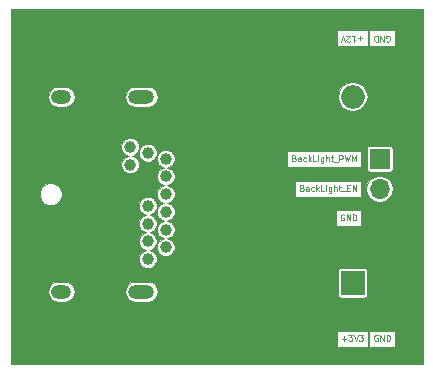
<source format=gbr>
G04 #@! TF.GenerationSoftware,KiCad,Pcbnew,no-vcs-found-be10de8~57~ubuntu16.10.1*
G04 #@! TF.CreationDate,2017-03-16T12:00:26+01:00*
G04 #@! TF.ProjectId,reborn-plutonium-monitor,7265626F726E2D706C75746F6E69756D,rev?*
G04 #@! TF.FileFunction,Copper,L1,Top,Signal*
G04 #@! TF.FilePolarity,Positive*
%FSLAX46Y46*%
G04 Gerber Fmt 4.6, Leading zero omitted, Abs format (unit mm)*
G04 Created by KiCad (PCBNEW no-vcs-found-be10de8~57~ubuntu16.10.1) date Thu Mar 16 12:00:26 2017*
%MOMM*%
%LPD*%
G01*
G04 APERTURE LIST*
%ADD10C,0.100000*%
%ADD11C,0.125000*%
%ADD12O,1.700000X1.200000*%
%ADD13O,2.200000X1.200000*%
%ADD14C,1.000000*%
%ADD15R,1.998980X1.998980*%
%ADD16O,1.998980X1.998980*%
%ADD17O,1.700000X1.700000*%
%ADD18R,1.700000X1.700000*%
G04 APERTURE END LIST*
D10*
D11*
X216590952Y-31774285D02*
X216210000Y-31774285D01*
X216400476Y-31583809D02*
X216400476Y-31964761D01*
X215710000Y-31583809D02*
X215995714Y-31583809D01*
X215852857Y-31583809D02*
X215852857Y-32083809D01*
X215900476Y-32012380D01*
X215948095Y-31964761D01*
X215995714Y-31940952D01*
X215519523Y-32036190D02*
X215495714Y-32060000D01*
X215448095Y-32083809D01*
X215329047Y-32083809D01*
X215281428Y-32060000D01*
X215257619Y-32036190D01*
X215233809Y-31988571D01*
X215233809Y-31940952D01*
X215257619Y-31869523D01*
X215543333Y-31583809D01*
X215233809Y-31583809D01*
X215090952Y-32083809D02*
X214924285Y-31583809D01*
X214757619Y-32083809D01*
X218630952Y-32060000D02*
X218678571Y-32083809D01*
X218750000Y-32083809D01*
X218821428Y-32060000D01*
X218869047Y-32012380D01*
X218892857Y-31964761D01*
X218916666Y-31869523D01*
X218916666Y-31798095D01*
X218892857Y-31702857D01*
X218869047Y-31655238D01*
X218821428Y-31607619D01*
X218750000Y-31583809D01*
X218702380Y-31583809D01*
X218630952Y-31607619D01*
X218607142Y-31631428D01*
X218607142Y-31798095D01*
X218702380Y-31798095D01*
X218392857Y-31583809D02*
X218392857Y-32083809D01*
X218107142Y-31583809D01*
X218107142Y-32083809D01*
X217869047Y-31583809D02*
X217869047Y-32083809D01*
X217750000Y-32083809D01*
X217678571Y-32060000D01*
X217630952Y-32012380D01*
X217607142Y-31964761D01*
X217583333Y-31869523D01*
X217583333Y-31798095D01*
X217607142Y-31702857D01*
X217630952Y-31655238D01*
X217678571Y-31607619D01*
X217750000Y-31583809D01*
X217869047Y-31583809D01*
X214829047Y-57237714D02*
X215210000Y-57237714D01*
X215019523Y-57428190D02*
X215019523Y-57047238D01*
X215400476Y-56928190D02*
X215710000Y-56928190D01*
X215543333Y-57118666D01*
X215614761Y-57118666D01*
X215662380Y-57142476D01*
X215686190Y-57166285D01*
X215710000Y-57213904D01*
X215710000Y-57332952D01*
X215686190Y-57380571D01*
X215662380Y-57404380D01*
X215614761Y-57428190D01*
X215471904Y-57428190D01*
X215424285Y-57404380D01*
X215400476Y-57380571D01*
X215852857Y-56928190D02*
X216019523Y-57428190D01*
X216186190Y-56928190D01*
X216305238Y-56928190D02*
X216614761Y-56928190D01*
X216448095Y-57118666D01*
X216519523Y-57118666D01*
X216567142Y-57142476D01*
X216590952Y-57166285D01*
X216614761Y-57213904D01*
X216614761Y-57332952D01*
X216590952Y-57380571D01*
X216567142Y-57404380D01*
X216519523Y-57428190D01*
X216376666Y-57428190D01*
X216329047Y-57404380D01*
X216305238Y-57380571D01*
X217869047Y-56952000D02*
X217821428Y-56928190D01*
X217750000Y-56928190D01*
X217678571Y-56952000D01*
X217630952Y-56999619D01*
X217607142Y-57047238D01*
X217583333Y-57142476D01*
X217583333Y-57213904D01*
X217607142Y-57309142D01*
X217630952Y-57356761D01*
X217678571Y-57404380D01*
X217750000Y-57428190D01*
X217797619Y-57428190D01*
X217869047Y-57404380D01*
X217892857Y-57380571D01*
X217892857Y-57213904D01*
X217797619Y-57213904D01*
X218107142Y-57428190D02*
X218107142Y-56928190D01*
X218392857Y-57428190D01*
X218392857Y-56928190D01*
X218630952Y-57428190D02*
X218630952Y-56928190D01*
X218750000Y-56928190D01*
X218821428Y-56952000D01*
X218869047Y-56999619D01*
X218892857Y-57047238D01*
X218916666Y-57142476D01*
X218916666Y-57213904D01*
X218892857Y-57309142D01*
X218869047Y-57356761D01*
X218821428Y-57404380D01*
X218750000Y-57428190D01*
X218630952Y-57428190D01*
X215025892Y-46750000D02*
X214978273Y-46726190D01*
X214906845Y-46726190D01*
X214835416Y-46750000D01*
X214787797Y-46797619D01*
X214763988Y-46845238D01*
X214740178Y-46940476D01*
X214740178Y-47011904D01*
X214763988Y-47107142D01*
X214787797Y-47154761D01*
X214835416Y-47202380D01*
X214906845Y-47226190D01*
X214954464Y-47226190D01*
X215025892Y-47202380D01*
X215049702Y-47178571D01*
X215049702Y-47011904D01*
X214954464Y-47011904D01*
X215263988Y-47226190D02*
X215263988Y-46726190D01*
X215549702Y-47226190D01*
X215549702Y-46726190D01*
X215787797Y-47226190D02*
X215787797Y-46726190D01*
X215906845Y-46726190D01*
X215978273Y-46750000D01*
X216025892Y-46797619D01*
X216049702Y-46845238D01*
X216073511Y-46940476D01*
X216073511Y-47011904D01*
X216049702Y-47107142D01*
X216025892Y-47154761D01*
X215978273Y-47202380D01*
X215906845Y-47226190D01*
X215787797Y-47226190D01*
X211478273Y-44464285D02*
X211549702Y-44488095D01*
X211573511Y-44511904D01*
X211597321Y-44559523D01*
X211597321Y-44630952D01*
X211573511Y-44678571D01*
X211549702Y-44702380D01*
X211502083Y-44726190D01*
X211311607Y-44726190D01*
X211311607Y-44226190D01*
X211478273Y-44226190D01*
X211525892Y-44250000D01*
X211549702Y-44273809D01*
X211573511Y-44321428D01*
X211573511Y-44369047D01*
X211549702Y-44416666D01*
X211525892Y-44440476D01*
X211478273Y-44464285D01*
X211311607Y-44464285D01*
X212025892Y-44726190D02*
X212025892Y-44464285D01*
X212002083Y-44416666D01*
X211954464Y-44392857D01*
X211859226Y-44392857D01*
X211811607Y-44416666D01*
X212025892Y-44702380D02*
X211978273Y-44726190D01*
X211859226Y-44726190D01*
X211811607Y-44702380D01*
X211787797Y-44654761D01*
X211787797Y-44607142D01*
X211811607Y-44559523D01*
X211859226Y-44535714D01*
X211978273Y-44535714D01*
X212025892Y-44511904D01*
X212478273Y-44702380D02*
X212430654Y-44726190D01*
X212335416Y-44726190D01*
X212287797Y-44702380D01*
X212263988Y-44678571D01*
X212240178Y-44630952D01*
X212240178Y-44488095D01*
X212263988Y-44440476D01*
X212287797Y-44416666D01*
X212335416Y-44392857D01*
X212430654Y-44392857D01*
X212478273Y-44416666D01*
X212692559Y-44726190D02*
X212692559Y-44226190D01*
X212740178Y-44535714D02*
X212883035Y-44726190D01*
X212883035Y-44392857D02*
X212692559Y-44583333D01*
X213335416Y-44726190D02*
X213097321Y-44726190D01*
X213097321Y-44226190D01*
X213502083Y-44726190D02*
X213502083Y-44392857D01*
X213502083Y-44226190D02*
X213478273Y-44250000D01*
X213502083Y-44273809D01*
X213525892Y-44250000D01*
X213502083Y-44226190D01*
X213502083Y-44273809D01*
X213954464Y-44392857D02*
X213954464Y-44797619D01*
X213930654Y-44845238D01*
X213906845Y-44869047D01*
X213859226Y-44892857D01*
X213787797Y-44892857D01*
X213740178Y-44869047D01*
X213954464Y-44702380D02*
X213906845Y-44726190D01*
X213811607Y-44726190D01*
X213763988Y-44702380D01*
X213740178Y-44678571D01*
X213716369Y-44630952D01*
X213716369Y-44488095D01*
X213740178Y-44440476D01*
X213763988Y-44416666D01*
X213811607Y-44392857D01*
X213906845Y-44392857D01*
X213954464Y-44416666D01*
X214192559Y-44726190D02*
X214192559Y-44226190D01*
X214406845Y-44726190D02*
X214406845Y-44464285D01*
X214383035Y-44416666D01*
X214335416Y-44392857D01*
X214263988Y-44392857D01*
X214216369Y-44416666D01*
X214192559Y-44440476D01*
X214573511Y-44392857D02*
X214763988Y-44392857D01*
X214644940Y-44226190D02*
X214644940Y-44654761D01*
X214668750Y-44702380D01*
X214716369Y-44726190D01*
X214763988Y-44726190D01*
X214811607Y-44773809D02*
X215192559Y-44773809D01*
X215311607Y-44464285D02*
X215478273Y-44464285D01*
X215549702Y-44726190D02*
X215311607Y-44726190D01*
X215311607Y-44226190D01*
X215549702Y-44226190D01*
X215763988Y-44726190D02*
X215763988Y-44226190D01*
X216049702Y-44726190D01*
X216049702Y-44226190D01*
X210811607Y-41964285D02*
X210883035Y-41988095D01*
X210906845Y-42011904D01*
X210930654Y-42059523D01*
X210930654Y-42130952D01*
X210906845Y-42178571D01*
X210883035Y-42202380D01*
X210835416Y-42226190D01*
X210644940Y-42226190D01*
X210644940Y-41726190D01*
X210811607Y-41726190D01*
X210859226Y-41750000D01*
X210883035Y-41773809D01*
X210906845Y-41821428D01*
X210906845Y-41869047D01*
X210883035Y-41916666D01*
X210859226Y-41940476D01*
X210811607Y-41964285D01*
X210644940Y-41964285D01*
X211359226Y-42226190D02*
X211359226Y-41964285D01*
X211335416Y-41916666D01*
X211287797Y-41892857D01*
X211192559Y-41892857D01*
X211144940Y-41916666D01*
X211359226Y-42202380D02*
X211311607Y-42226190D01*
X211192559Y-42226190D01*
X211144940Y-42202380D01*
X211121130Y-42154761D01*
X211121130Y-42107142D01*
X211144940Y-42059523D01*
X211192559Y-42035714D01*
X211311607Y-42035714D01*
X211359226Y-42011904D01*
X211811607Y-42202380D02*
X211763988Y-42226190D01*
X211668750Y-42226190D01*
X211621130Y-42202380D01*
X211597321Y-42178571D01*
X211573511Y-42130952D01*
X211573511Y-41988095D01*
X211597321Y-41940476D01*
X211621130Y-41916666D01*
X211668750Y-41892857D01*
X211763988Y-41892857D01*
X211811607Y-41916666D01*
X212025892Y-42226190D02*
X212025892Y-41726190D01*
X212073511Y-42035714D02*
X212216369Y-42226190D01*
X212216369Y-41892857D02*
X212025892Y-42083333D01*
X212668750Y-42226190D02*
X212430654Y-42226190D01*
X212430654Y-41726190D01*
X212835416Y-42226190D02*
X212835416Y-41892857D01*
X212835416Y-41726190D02*
X212811607Y-41750000D01*
X212835416Y-41773809D01*
X212859226Y-41750000D01*
X212835416Y-41726190D01*
X212835416Y-41773809D01*
X213287797Y-41892857D02*
X213287797Y-42297619D01*
X213263988Y-42345238D01*
X213240178Y-42369047D01*
X213192559Y-42392857D01*
X213121130Y-42392857D01*
X213073511Y-42369047D01*
X213287797Y-42202380D02*
X213240178Y-42226190D01*
X213144940Y-42226190D01*
X213097321Y-42202380D01*
X213073511Y-42178571D01*
X213049702Y-42130952D01*
X213049702Y-41988095D01*
X213073511Y-41940476D01*
X213097321Y-41916666D01*
X213144940Y-41892857D01*
X213240178Y-41892857D01*
X213287797Y-41916666D01*
X213525892Y-42226190D02*
X213525892Y-41726190D01*
X213740178Y-42226190D02*
X213740178Y-41964285D01*
X213716369Y-41916666D01*
X213668750Y-41892857D01*
X213597321Y-41892857D01*
X213549702Y-41916666D01*
X213525892Y-41940476D01*
X213906845Y-41892857D02*
X214097321Y-41892857D01*
X213978273Y-41726190D02*
X213978273Y-42154761D01*
X214002083Y-42202380D01*
X214049702Y-42226190D01*
X214097321Y-42226190D01*
X214144940Y-42273809D02*
X214525892Y-42273809D01*
X214644940Y-42226190D02*
X214644940Y-41726190D01*
X214835416Y-41726190D01*
X214883035Y-41750000D01*
X214906845Y-41773809D01*
X214930654Y-41821428D01*
X214930654Y-41892857D01*
X214906845Y-41940476D01*
X214883035Y-41964285D01*
X214835416Y-41988095D01*
X214644940Y-41988095D01*
X215097321Y-41726190D02*
X215216369Y-42226190D01*
X215311607Y-41869047D01*
X215406845Y-42226190D01*
X215525892Y-41726190D01*
X215716369Y-42226190D02*
X215716369Y-41726190D01*
X215883035Y-42083333D01*
X216049702Y-41726190D01*
X216049702Y-42226190D01*
D12*
X191100000Y-36750000D03*
X191100000Y-53250000D03*
D13*
X197880000Y-36750000D03*
X197880000Y-53250000D03*
D14*
X199930000Y-45000000D03*
X199930000Y-43500000D03*
X199930000Y-42000000D03*
X199930000Y-46500000D03*
X199930000Y-48000000D03*
X199930000Y-49500000D03*
X198430000Y-44500000D03*
X198430000Y-43000000D03*
X198430000Y-41500000D03*
X198430000Y-46000000D03*
X198430000Y-47500000D03*
X198430000Y-49000000D03*
X198430000Y-50500000D03*
X196930000Y-44000000D03*
X196930000Y-42500000D03*
X196930000Y-41000000D03*
X196930000Y-45500000D03*
X196930000Y-47000000D03*
X196930000Y-48500000D03*
X196930000Y-50000000D03*
D15*
X215750000Y-52500000D03*
D16*
X218290000Y-52500000D03*
X215750000Y-36750000D03*
D15*
X218290000Y-36750000D03*
D17*
X218040000Y-47080000D03*
X218040000Y-44540000D03*
D18*
X218040000Y-42000000D03*
D10*
G36*
X221675000Y-59425000D02*
X186825000Y-59425000D01*
X186825000Y-56560750D01*
X214397500Y-56560750D01*
X214397500Y-57935750D01*
X217022500Y-57935750D01*
X217022500Y-56560750D01*
X217175595Y-56560750D01*
X217175595Y-57935750D01*
X219324405Y-57935750D01*
X219324405Y-56560750D01*
X217175595Y-56560750D01*
X217022500Y-56560750D01*
X214397500Y-56560750D01*
X186825000Y-56560750D01*
X186825000Y-53250000D01*
X189978450Y-53250000D01*
X190043152Y-53575281D01*
X190227409Y-53851041D01*
X190503169Y-54035298D01*
X190828450Y-54100000D01*
X191371550Y-54100000D01*
X191696831Y-54035298D01*
X191972591Y-53851041D01*
X192156848Y-53575281D01*
X192221550Y-53250000D01*
X196503552Y-53250000D01*
X196568254Y-53575281D01*
X196752511Y-53851041D01*
X197028271Y-54035298D01*
X197353552Y-54100000D01*
X198406448Y-54100000D01*
X198731729Y-54035298D01*
X199007489Y-53851041D01*
X199191746Y-53575281D01*
X199256448Y-53250000D01*
X199191746Y-52924719D01*
X199007489Y-52648959D01*
X198731729Y-52464702D01*
X198406448Y-52400000D01*
X197353552Y-52400000D01*
X197028271Y-52464702D01*
X196752511Y-52648959D01*
X196568254Y-52924719D01*
X196503552Y-53250000D01*
X192221550Y-53250000D01*
X192156848Y-52924719D01*
X191972591Y-52648959D01*
X191696831Y-52464702D01*
X191371550Y-52400000D01*
X190828450Y-52400000D01*
X190503169Y-52464702D01*
X190227409Y-52648959D01*
X190043152Y-52924719D01*
X189978450Y-53250000D01*
X186825000Y-53250000D01*
X186825000Y-51500510D01*
X214495613Y-51500510D01*
X214495613Y-53499490D01*
X214515016Y-53597035D01*
X214570271Y-53679729D01*
X214652965Y-53734984D01*
X214750510Y-53754387D01*
X216749490Y-53754387D01*
X216847035Y-53734984D01*
X216929729Y-53679729D01*
X216984984Y-53597035D01*
X217004387Y-53499490D01*
X217004387Y-51500510D01*
X216984984Y-51402965D01*
X216929729Y-51320271D01*
X216847035Y-51265016D01*
X216749490Y-51245613D01*
X214750510Y-51245613D01*
X214652965Y-51265016D01*
X214570271Y-51320271D01*
X214515016Y-51402965D01*
X214495613Y-51500510D01*
X186825000Y-51500510D01*
X186825000Y-46148530D01*
X197679870Y-46148530D01*
X197793811Y-46424286D01*
X198004605Y-46635448D01*
X198280161Y-46749869D01*
X198281470Y-46749870D01*
X198005714Y-46863811D01*
X197794552Y-47074605D01*
X197680131Y-47350161D01*
X197679870Y-47648530D01*
X197793811Y-47924286D01*
X198004605Y-48135448D01*
X198280161Y-48249869D01*
X198281470Y-48249870D01*
X198005714Y-48363811D01*
X197794552Y-48574605D01*
X197680131Y-48850161D01*
X197679870Y-49148530D01*
X197793811Y-49424286D01*
X198004605Y-49635448D01*
X198280161Y-49749869D01*
X198281470Y-49749870D01*
X198005714Y-49863811D01*
X197794552Y-50074605D01*
X197680131Y-50350161D01*
X197679870Y-50648530D01*
X197793811Y-50924286D01*
X198004605Y-51135448D01*
X198280161Y-51249869D01*
X198578530Y-51250130D01*
X198854286Y-51136189D01*
X199065448Y-50925395D01*
X199179869Y-50649839D01*
X199180130Y-50351470D01*
X199066189Y-50075714D01*
X198855395Y-49864552D01*
X198579839Y-49750131D01*
X198578530Y-49750130D01*
X198854286Y-49636189D01*
X199065448Y-49425395D01*
X199179869Y-49149839D01*
X199180130Y-48851470D01*
X199066189Y-48575714D01*
X198855395Y-48364552D01*
X198579839Y-48250131D01*
X198578530Y-48250130D01*
X198854286Y-48136189D01*
X199065448Y-47925395D01*
X199179869Y-47649839D01*
X199180130Y-47351470D01*
X199066189Y-47075714D01*
X198855395Y-46864552D01*
X198579839Y-46750131D01*
X198578530Y-46750130D01*
X198854286Y-46636189D01*
X199065448Y-46425395D01*
X199179869Y-46149839D01*
X199180130Y-45851470D01*
X199066189Y-45575714D01*
X198855395Y-45364552D01*
X198579839Y-45250131D01*
X198281470Y-45249870D01*
X198005714Y-45363811D01*
X197794552Y-45574605D01*
X197680131Y-45850161D01*
X197679870Y-46148530D01*
X186825000Y-46148530D01*
X186825000Y-45188138D01*
X189249835Y-45188138D01*
X189394159Y-45537429D01*
X189661165Y-45804902D01*
X190010204Y-45949835D01*
X190388138Y-45950165D01*
X190737429Y-45805841D01*
X191004902Y-45538835D01*
X191149835Y-45189796D01*
X191150165Y-44811862D01*
X191005841Y-44462571D01*
X190738835Y-44195098D01*
X190389796Y-44050165D01*
X190011862Y-44049835D01*
X189662571Y-44194159D01*
X189395098Y-44461165D01*
X189250165Y-44810204D01*
X189249835Y-45188138D01*
X186825000Y-45188138D01*
X186825000Y-41148530D01*
X196179870Y-41148530D01*
X196293811Y-41424286D01*
X196504605Y-41635448D01*
X196780161Y-41749869D01*
X196781470Y-41749870D01*
X196505714Y-41863811D01*
X196294552Y-42074605D01*
X196180131Y-42350161D01*
X196179870Y-42648530D01*
X196293811Y-42924286D01*
X196504605Y-43135448D01*
X196780161Y-43249869D01*
X197078530Y-43250130D01*
X197354286Y-43136189D01*
X197565448Y-42925395D01*
X197679869Y-42649839D01*
X197680130Y-42351470D01*
X197566189Y-42075714D01*
X197355395Y-41864552D01*
X197079839Y-41750131D01*
X197078530Y-41750130D01*
X197324418Y-41648530D01*
X197679870Y-41648530D01*
X197793811Y-41924286D01*
X198004605Y-42135448D01*
X198280161Y-42249869D01*
X198578530Y-42250130D01*
X198824418Y-42148530D01*
X199179870Y-42148530D01*
X199293811Y-42424286D01*
X199504605Y-42635448D01*
X199780161Y-42749869D01*
X199781470Y-42749870D01*
X199505714Y-42863811D01*
X199294552Y-43074605D01*
X199180131Y-43350161D01*
X199179870Y-43648530D01*
X199293811Y-43924286D01*
X199504605Y-44135448D01*
X199780161Y-44249869D01*
X199781470Y-44249870D01*
X199505714Y-44363811D01*
X199294552Y-44574605D01*
X199180131Y-44850161D01*
X199179870Y-45148530D01*
X199293811Y-45424286D01*
X199504605Y-45635448D01*
X199780161Y-45749869D01*
X199781470Y-45749870D01*
X199505714Y-45863811D01*
X199294552Y-46074605D01*
X199180131Y-46350161D01*
X199179870Y-46648530D01*
X199293811Y-46924286D01*
X199504605Y-47135448D01*
X199780161Y-47249869D01*
X199781470Y-47249870D01*
X199505714Y-47363811D01*
X199294552Y-47574605D01*
X199180131Y-47850161D01*
X199179870Y-48148530D01*
X199293811Y-48424286D01*
X199504605Y-48635448D01*
X199780161Y-48749869D01*
X199781470Y-48749870D01*
X199505714Y-48863811D01*
X199294552Y-49074605D01*
X199180131Y-49350161D01*
X199179870Y-49648530D01*
X199293811Y-49924286D01*
X199504605Y-50135448D01*
X199780161Y-50249869D01*
X200078530Y-50250130D01*
X200354286Y-50136189D01*
X200565448Y-49925395D01*
X200679869Y-49649839D01*
X200680130Y-49351470D01*
X200566189Y-49075714D01*
X200355395Y-48864552D01*
X200079839Y-48750131D01*
X200078530Y-48750130D01*
X200354286Y-48636189D01*
X200565448Y-48425395D01*
X200679869Y-48149839D01*
X200680130Y-47851470D01*
X200566189Y-47575714D01*
X200355395Y-47364552D01*
X200079839Y-47250131D01*
X200078530Y-47250130D01*
X200354286Y-47136189D01*
X200565448Y-46925395D01*
X200679869Y-46649839D01*
X200680123Y-46358750D01*
X214351190Y-46358750D01*
X214351190Y-47733750D01*
X216500000Y-47733750D01*
X216500000Y-46358750D01*
X214351190Y-46358750D01*
X200680123Y-46358750D01*
X200680130Y-46351470D01*
X200566189Y-46075714D01*
X200355395Y-45864552D01*
X200079839Y-45750131D01*
X200078530Y-45750130D01*
X200354286Y-45636189D01*
X200565448Y-45425395D01*
X200679869Y-45149839D01*
X200680130Y-44851470D01*
X200566189Y-44575714D01*
X200355395Y-44364552D01*
X200079839Y-44250131D01*
X200078530Y-44250130D01*
X200354286Y-44136189D01*
X200565448Y-43925395D01*
X200593121Y-43858750D01*
X210898810Y-43858750D01*
X210898810Y-45233750D01*
X216500000Y-45233750D01*
X216500000Y-44540000D01*
X216918450Y-44540000D01*
X217002183Y-44960952D01*
X217240633Y-45317817D01*
X217597498Y-45556267D01*
X218018450Y-45640000D01*
X218061550Y-45640000D01*
X218482502Y-45556267D01*
X218839367Y-45317817D01*
X219077817Y-44960952D01*
X219161550Y-44540000D01*
X219077817Y-44119048D01*
X218839367Y-43762183D01*
X218482502Y-43523733D01*
X218061550Y-43440000D01*
X218018450Y-43440000D01*
X217597498Y-43523733D01*
X217240633Y-43762183D01*
X217002183Y-44119048D01*
X216918450Y-44540000D01*
X216500000Y-44540000D01*
X216500000Y-43858750D01*
X210898810Y-43858750D01*
X200593121Y-43858750D01*
X200679869Y-43649839D01*
X200680130Y-43351470D01*
X200566189Y-43075714D01*
X200355395Y-42864552D01*
X200079839Y-42750131D01*
X200078530Y-42750130D01*
X200354286Y-42636189D01*
X200565448Y-42425395D01*
X200679869Y-42149839D01*
X200680130Y-41851470D01*
X200566189Y-41575714D01*
X200355395Y-41364552D01*
X200341423Y-41358750D01*
X210232143Y-41358750D01*
X210232143Y-42733750D01*
X216500000Y-42733750D01*
X216500000Y-41358750D01*
X210232143Y-41358750D01*
X200341423Y-41358750D01*
X200079839Y-41250131D01*
X199781470Y-41249870D01*
X199505714Y-41363811D01*
X199294552Y-41574605D01*
X199180131Y-41850161D01*
X199179870Y-42148530D01*
X198824418Y-42148530D01*
X198854286Y-42136189D01*
X199065448Y-41925395D01*
X199179869Y-41649839D01*
X199180130Y-41351470D01*
X199096884Y-41150000D01*
X216935103Y-41150000D01*
X216935103Y-42850000D01*
X216954506Y-42947545D01*
X217009761Y-43030239D01*
X217092455Y-43085494D01*
X217190000Y-43104897D01*
X218890000Y-43104897D01*
X218987545Y-43085494D01*
X219070239Y-43030239D01*
X219125494Y-42947545D01*
X219144897Y-42850000D01*
X219144897Y-41150000D01*
X219125494Y-41052455D01*
X219070239Y-40969761D01*
X218987545Y-40914506D01*
X218890000Y-40895103D01*
X217190000Y-40895103D01*
X217092455Y-40914506D01*
X217009761Y-40969761D01*
X216954506Y-41052455D01*
X216935103Y-41150000D01*
X199096884Y-41150000D01*
X199066189Y-41075714D01*
X198855395Y-40864552D01*
X198579839Y-40750131D01*
X198281470Y-40749870D01*
X198005714Y-40863811D01*
X197794552Y-41074605D01*
X197680131Y-41350161D01*
X197679870Y-41648530D01*
X197324418Y-41648530D01*
X197354286Y-41636189D01*
X197565448Y-41425395D01*
X197679869Y-41149839D01*
X197680130Y-40851470D01*
X197566189Y-40575714D01*
X197355395Y-40364552D01*
X197079839Y-40250131D01*
X196781470Y-40249870D01*
X196505714Y-40363811D01*
X196294552Y-40574605D01*
X196180131Y-40850161D01*
X196179870Y-41148530D01*
X186825000Y-41148530D01*
X186825000Y-36750000D01*
X189978450Y-36750000D01*
X190043152Y-37075281D01*
X190227409Y-37351041D01*
X190503169Y-37535298D01*
X190828450Y-37600000D01*
X191371550Y-37600000D01*
X191696831Y-37535298D01*
X191972591Y-37351041D01*
X192156848Y-37075281D01*
X192221550Y-36750000D01*
X196503552Y-36750000D01*
X196568254Y-37075281D01*
X196752511Y-37351041D01*
X197028271Y-37535298D01*
X197353552Y-37600000D01*
X198406448Y-37600000D01*
X198731729Y-37535298D01*
X199007489Y-37351041D01*
X199191746Y-37075281D01*
X199256448Y-36750000D01*
X214476031Y-36750000D01*
X214571143Y-37228159D01*
X214841998Y-37633523D01*
X215247362Y-37904378D01*
X215725521Y-37999490D01*
X215774479Y-37999490D01*
X216252638Y-37904378D01*
X216658002Y-37633523D01*
X216928857Y-37228159D01*
X217023969Y-36750000D01*
X216928857Y-36271841D01*
X216658002Y-35866477D01*
X216252638Y-35595622D01*
X215774479Y-35500510D01*
X215725521Y-35500510D01*
X215247362Y-35595622D01*
X214841998Y-35866477D01*
X214571143Y-36271841D01*
X214476031Y-36750000D01*
X199256448Y-36750000D01*
X199191746Y-36424719D01*
X199007489Y-36148959D01*
X198731729Y-35964702D01*
X198406448Y-35900000D01*
X197353552Y-35900000D01*
X197028271Y-35964702D01*
X196752511Y-36148959D01*
X196568254Y-36424719D01*
X196503552Y-36750000D01*
X192221550Y-36750000D01*
X192156848Y-36424719D01*
X191972591Y-36148959D01*
X191696831Y-35964702D01*
X191371550Y-35900000D01*
X190828450Y-35900000D01*
X190503169Y-35964702D01*
X190227409Y-36148959D01*
X190043152Y-36424719D01*
X189978450Y-36750000D01*
X186825000Y-36750000D01*
X186825000Y-31076250D01*
X214397500Y-31076250D01*
X214397500Y-32451250D01*
X217022500Y-32451250D01*
X217022500Y-31076250D01*
X217175595Y-31076250D01*
X217175595Y-32451250D01*
X219324405Y-32451250D01*
X219324405Y-31076250D01*
X217175595Y-31076250D01*
X217022500Y-31076250D01*
X214397500Y-31076250D01*
X186825000Y-31076250D01*
X186825000Y-29325000D01*
X221675000Y-29325000D01*
X221675000Y-59425000D01*
X221675000Y-59425000D01*
G37*
X221675000Y-59425000D02*
X186825000Y-59425000D01*
X186825000Y-56560750D01*
X214397500Y-56560750D01*
X214397500Y-57935750D01*
X217022500Y-57935750D01*
X217022500Y-56560750D01*
X217175595Y-56560750D01*
X217175595Y-57935750D01*
X219324405Y-57935750D01*
X219324405Y-56560750D01*
X217175595Y-56560750D01*
X217022500Y-56560750D01*
X214397500Y-56560750D01*
X186825000Y-56560750D01*
X186825000Y-53250000D01*
X189978450Y-53250000D01*
X190043152Y-53575281D01*
X190227409Y-53851041D01*
X190503169Y-54035298D01*
X190828450Y-54100000D01*
X191371550Y-54100000D01*
X191696831Y-54035298D01*
X191972591Y-53851041D01*
X192156848Y-53575281D01*
X192221550Y-53250000D01*
X196503552Y-53250000D01*
X196568254Y-53575281D01*
X196752511Y-53851041D01*
X197028271Y-54035298D01*
X197353552Y-54100000D01*
X198406448Y-54100000D01*
X198731729Y-54035298D01*
X199007489Y-53851041D01*
X199191746Y-53575281D01*
X199256448Y-53250000D01*
X199191746Y-52924719D01*
X199007489Y-52648959D01*
X198731729Y-52464702D01*
X198406448Y-52400000D01*
X197353552Y-52400000D01*
X197028271Y-52464702D01*
X196752511Y-52648959D01*
X196568254Y-52924719D01*
X196503552Y-53250000D01*
X192221550Y-53250000D01*
X192156848Y-52924719D01*
X191972591Y-52648959D01*
X191696831Y-52464702D01*
X191371550Y-52400000D01*
X190828450Y-52400000D01*
X190503169Y-52464702D01*
X190227409Y-52648959D01*
X190043152Y-52924719D01*
X189978450Y-53250000D01*
X186825000Y-53250000D01*
X186825000Y-51500510D01*
X214495613Y-51500510D01*
X214495613Y-53499490D01*
X214515016Y-53597035D01*
X214570271Y-53679729D01*
X214652965Y-53734984D01*
X214750510Y-53754387D01*
X216749490Y-53754387D01*
X216847035Y-53734984D01*
X216929729Y-53679729D01*
X216984984Y-53597035D01*
X217004387Y-53499490D01*
X217004387Y-51500510D01*
X216984984Y-51402965D01*
X216929729Y-51320271D01*
X216847035Y-51265016D01*
X216749490Y-51245613D01*
X214750510Y-51245613D01*
X214652965Y-51265016D01*
X214570271Y-51320271D01*
X214515016Y-51402965D01*
X214495613Y-51500510D01*
X186825000Y-51500510D01*
X186825000Y-46148530D01*
X197679870Y-46148530D01*
X197793811Y-46424286D01*
X198004605Y-46635448D01*
X198280161Y-46749869D01*
X198281470Y-46749870D01*
X198005714Y-46863811D01*
X197794552Y-47074605D01*
X197680131Y-47350161D01*
X197679870Y-47648530D01*
X197793811Y-47924286D01*
X198004605Y-48135448D01*
X198280161Y-48249869D01*
X198281470Y-48249870D01*
X198005714Y-48363811D01*
X197794552Y-48574605D01*
X197680131Y-48850161D01*
X197679870Y-49148530D01*
X197793811Y-49424286D01*
X198004605Y-49635448D01*
X198280161Y-49749869D01*
X198281470Y-49749870D01*
X198005714Y-49863811D01*
X197794552Y-50074605D01*
X197680131Y-50350161D01*
X197679870Y-50648530D01*
X197793811Y-50924286D01*
X198004605Y-51135448D01*
X198280161Y-51249869D01*
X198578530Y-51250130D01*
X198854286Y-51136189D01*
X199065448Y-50925395D01*
X199179869Y-50649839D01*
X199180130Y-50351470D01*
X199066189Y-50075714D01*
X198855395Y-49864552D01*
X198579839Y-49750131D01*
X198578530Y-49750130D01*
X198854286Y-49636189D01*
X199065448Y-49425395D01*
X199179869Y-49149839D01*
X199180130Y-48851470D01*
X199066189Y-48575714D01*
X198855395Y-48364552D01*
X198579839Y-48250131D01*
X198578530Y-48250130D01*
X198854286Y-48136189D01*
X199065448Y-47925395D01*
X199179869Y-47649839D01*
X199180130Y-47351470D01*
X199066189Y-47075714D01*
X198855395Y-46864552D01*
X198579839Y-46750131D01*
X198578530Y-46750130D01*
X198854286Y-46636189D01*
X199065448Y-46425395D01*
X199179869Y-46149839D01*
X199180130Y-45851470D01*
X199066189Y-45575714D01*
X198855395Y-45364552D01*
X198579839Y-45250131D01*
X198281470Y-45249870D01*
X198005714Y-45363811D01*
X197794552Y-45574605D01*
X197680131Y-45850161D01*
X197679870Y-46148530D01*
X186825000Y-46148530D01*
X186825000Y-45188138D01*
X189249835Y-45188138D01*
X189394159Y-45537429D01*
X189661165Y-45804902D01*
X190010204Y-45949835D01*
X190388138Y-45950165D01*
X190737429Y-45805841D01*
X191004902Y-45538835D01*
X191149835Y-45189796D01*
X191150165Y-44811862D01*
X191005841Y-44462571D01*
X190738835Y-44195098D01*
X190389796Y-44050165D01*
X190011862Y-44049835D01*
X189662571Y-44194159D01*
X189395098Y-44461165D01*
X189250165Y-44810204D01*
X189249835Y-45188138D01*
X186825000Y-45188138D01*
X186825000Y-41148530D01*
X196179870Y-41148530D01*
X196293811Y-41424286D01*
X196504605Y-41635448D01*
X196780161Y-41749869D01*
X196781470Y-41749870D01*
X196505714Y-41863811D01*
X196294552Y-42074605D01*
X196180131Y-42350161D01*
X196179870Y-42648530D01*
X196293811Y-42924286D01*
X196504605Y-43135448D01*
X196780161Y-43249869D01*
X197078530Y-43250130D01*
X197354286Y-43136189D01*
X197565448Y-42925395D01*
X197679869Y-42649839D01*
X197680130Y-42351470D01*
X197566189Y-42075714D01*
X197355395Y-41864552D01*
X197079839Y-41750131D01*
X197078530Y-41750130D01*
X197324418Y-41648530D01*
X197679870Y-41648530D01*
X197793811Y-41924286D01*
X198004605Y-42135448D01*
X198280161Y-42249869D01*
X198578530Y-42250130D01*
X198824418Y-42148530D01*
X199179870Y-42148530D01*
X199293811Y-42424286D01*
X199504605Y-42635448D01*
X199780161Y-42749869D01*
X199781470Y-42749870D01*
X199505714Y-42863811D01*
X199294552Y-43074605D01*
X199180131Y-43350161D01*
X199179870Y-43648530D01*
X199293811Y-43924286D01*
X199504605Y-44135448D01*
X199780161Y-44249869D01*
X199781470Y-44249870D01*
X199505714Y-44363811D01*
X199294552Y-44574605D01*
X199180131Y-44850161D01*
X199179870Y-45148530D01*
X199293811Y-45424286D01*
X199504605Y-45635448D01*
X199780161Y-45749869D01*
X199781470Y-45749870D01*
X199505714Y-45863811D01*
X199294552Y-46074605D01*
X199180131Y-46350161D01*
X199179870Y-46648530D01*
X199293811Y-46924286D01*
X199504605Y-47135448D01*
X199780161Y-47249869D01*
X199781470Y-47249870D01*
X199505714Y-47363811D01*
X199294552Y-47574605D01*
X199180131Y-47850161D01*
X199179870Y-48148530D01*
X199293811Y-48424286D01*
X199504605Y-48635448D01*
X199780161Y-48749869D01*
X199781470Y-48749870D01*
X199505714Y-48863811D01*
X199294552Y-49074605D01*
X199180131Y-49350161D01*
X199179870Y-49648530D01*
X199293811Y-49924286D01*
X199504605Y-50135448D01*
X199780161Y-50249869D01*
X200078530Y-50250130D01*
X200354286Y-50136189D01*
X200565448Y-49925395D01*
X200679869Y-49649839D01*
X200680130Y-49351470D01*
X200566189Y-49075714D01*
X200355395Y-48864552D01*
X200079839Y-48750131D01*
X200078530Y-48750130D01*
X200354286Y-48636189D01*
X200565448Y-48425395D01*
X200679869Y-48149839D01*
X200680130Y-47851470D01*
X200566189Y-47575714D01*
X200355395Y-47364552D01*
X200079839Y-47250131D01*
X200078530Y-47250130D01*
X200354286Y-47136189D01*
X200565448Y-46925395D01*
X200679869Y-46649839D01*
X200680123Y-46358750D01*
X214351190Y-46358750D01*
X214351190Y-47733750D01*
X216500000Y-47733750D01*
X216500000Y-46358750D01*
X214351190Y-46358750D01*
X200680123Y-46358750D01*
X200680130Y-46351470D01*
X200566189Y-46075714D01*
X200355395Y-45864552D01*
X200079839Y-45750131D01*
X200078530Y-45750130D01*
X200354286Y-45636189D01*
X200565448Y-45425395D01*
X200679869Y-45149839D01*
X200680130Y-44851470D01*
X200566189Y-44575714D01*
X200355395Y-44364552D01*
X200079839Y-44250131D01*
X200078530Y-44250130D01*
X200354286Y-44136189D01*
X200565448Y-43925395D01*
X200593121Y-43858750D01*
X210898810Y-43858750D01*
X210898810Y-45233750D01*
X216500000Y-45233750D01*
X216500000Y-44540000D01*
X216918450Y-44540000D01*
X217002183Y-44960952D01*
X217240633Y-45317817D01*
X217597498Y-45556267D01*
X218018450Y-45640000D01*
X218061550Y-45640000D01*
X218482502Y-45556267D01*
X218839367Y-45317817D01*
X219077817Y-44960952D01*
X219161550Y-44540000D01*
X219077817Y-44119048D01*
X218839367Y-43762183D01*
X218482502Y-43523733D01*
X218061550Y-43440000D01*
X218018450Y-43440000D01*
X217597498Y-43523733D01*
X217240633Y-43762183D01*
X217002183Y-44119048D01*
X216918450Y-44540000D01*
X216500000Y-44540000D01*
X216500000Y-43858750D01*
X210898810Y-43858750D01*
X200593121Y-43858750D01*
X200679869Y-43649839D01*
X200680130Y-43351470D01*
X200566189Y-43075714D01*
X200355395Y-42864552D01*
X200079839Y-42750131D01*
X200078530Y-42750130D01*
X200354286Y-42636189D01*
X200565448Y-42425395D01*
X200679869Y-42149839D01*
X200680130Y-41851470D01*
X200566189Y-41575714D01*
X200355395Y-41364552D01*
X200341423Y-41358750D01*
X210232143Y-41358750D01*
X210232143Y-42733750D01*
X216500000Y-42733750D01*
X216500000Y-41358750D01*
X210232143Y-41358750D01*
X200341423Y-41358750D01*
X200079839Y-41250131D01*
X199781470Y-41249870D01*
X199505714Y-41363811D01*
X199294552Y-41574605D01*
X199180131Y-41850161D01*
X199179870Y-42148530D01*
X198824418Y-42148530D01*
X198854286Y-42136189D01*
X199065448Y-41925395D01*
X199179869Y-41649839D01*
X199180130Y-41351470D01*
X199096884Y-41150000D01*
X216935103Y-41150000D01*
X216935103Y-42850000D01*
X216954506Y-42947545D01*
X217009761Y-43030239D01*
X217092455Y-43085494D01*
X217190000Y-43104897D01*
X218890000Y-43104897D01*
X218987545Y-43085494D01*
X219070239Y-43030239D01*
X219125494Y-42947545D01*
X219144897Y-42850000D01*
X219144897Y-41150000D01*
X219125494Y-41052455D01*
X219070239Y-40969761D01*
X218987545Y-40914506D01*
X218890000Y-40895103D01*
X217190000Y-40895103D01*
X217092455Y-40914506D01*
X217009761Y-40969761D01*
X216954506Y-41052455D01*
X216935103Y-41150000D01*
X199096884Y-41150000D01*
X199066189Y-41075714D01*
X198855395Y-40864552D01*
X198579839Y-40750131D01*
X198281470Y-40749870D01*
X198005714Y-40863811D01*
X197794552Y-41074605D01*
X197680131Y-41350161D01*
X197679870Y-41648530D01*
X197324418Y-41648530D01*
X197354286Y-41636189D01*
X197565448Y-41425395D01*
X197679869Y-41149839D01*
X197680130Y-40851470D01*
X197566189Y-40575714D01*
X197355395Y-40364552D01*
X197079839Y-40250131D01*
X196781470Y-40249870D01*
X196505714Y-40363811D01*
X196294552Y-40574605D01*
X196180131Y-40850161D01*
X196179870Y-41148530D01*
X186825000Y-41148530D01*
X186825000Y-36750000D01*
X189978450Y-36750000D01*
X190043152Y-37075281D01*
X190227409Y-37351041D01*
X190503169Y-37535298D01*
X190828450Y-37600000D01*
X191371550Y-37600000D01*
X191696831Y-37535298D01*
X191972591Y-37351041D01*
X192156848Y-37075281D01*
X192221550Y-36750000D01*
X196503552Y-36750000D01*
X196568254Y-37075281D01*
X196752511Y-37351041D01*
X197028271Y-37535298D01*
X197353552Y-37600000D01*
X198406448Y-37600000D01*
X198731729Y-37535298D01*
X199007489Y-37351041D01*
X199191746Y-37075281D01*
X199256448Y-36750000D01*
X214476031Y-36750000D01*
X214571143Y-37228159D01*
X214841998Y-37633523D01*
X215247362Y-37904378D01*
X215725521Y-37999490D01*
X215774479Y-37999490D01*
X216252638Y-37904378D01*
X216658002Y-37633523D01*
X216928857Y-37228159D01*
X217023969Y-36750000D01*
X216928857Y-36271841D01*
X216658002Y-35866477D01*
X216252638Y-35595622D01*
X215774479Y-35500510D01*
X215725521Y-35500510D01*
X215247362Y-35595622D01*
X214841998Y-35866477D01*
X214571143Y-36271841D01*
X214476031Y-36750000D01*
X199256448Y-36750000D01*
X199191746Y-36424719D01*
X199007489Y-36148959D01*
X198731729Y-35964702D01*
X198406448Y-35900000D01*
X197353552Y-35900000D01*
X197028271Y-35964702D01*
X196752511Y-36148959D01*
X196568254Y-36424719D01*
X196503552Y-36750000D01*
X192221550Y-36750000D01*
X192156848Y-36424719D01*
X191972591Y-36148959D01*
X191696831Y-35964702D01*
X191371550Y-35900000D01*
X190828450Y-35900000D01*
X190503169Y-35964702D01*
X190227409Y-36148959D01*
X190043152Y-36424719D01*
X189978450Y-36750000D01*
X186825000Y-36750000D01*
X186825000Y-31076250D01*
X214397500Y-31076250D01*
X214397500Y-32451250D01*
X217022500Y-32451250D01*
X217022500Y-31076250D01*
X217175595Y-31076250D01*
X217175595Y-32451250D01*
X219324405Y-32451250D01*
X219324405Y-31076250D01*
X217175595Y-31076250D01*
X217022500Y-31076250D01*
X214397500Y-31076250D01*
X186825000Y-31076250D01*
X186825000Y-29325000D01*
X221675000Y-29325000D01*
X221675000Y-59425000D01*
M02*

</source>
